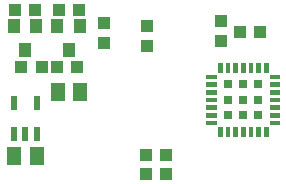
<source format=gbr>
G04 EAGLE Gerber RS-274X export*
G75*
%MOMM*%
%FSLAX34Y34*%
%LPD*%
%INSolderpaste Top*%
%IPPOS*%
%AMOC8*
5,1,8,0,0,1.08239X$1,22.5*%
G01*
%ADD10C,0.080000*%
%ADD11R,0.800000X0.800000*%
%ADD12R,1.000000X1.075000*%
%ADD13R,1.075000X1.000000*%
%ADD14R,1.000000X1.200000*%
%ADD15R,1.240000X1.500000*%
%ADD16R,0.550000X1.200000*%


D10*
X227490Y137100D02*
X227490Y144800D01*
X230690Y144800D01*
X230690Y137100D01*
X227490Y137100D01*
X227490Y137860D02*
X230690Y137860D01*
X230690Y138620D02*
X227490Y138620D01*
X227490Y139380D02*
X230690Y139380D01*
X230690Y140140D02*
X227490Y140140D01*
X227490Y140900D02*
X230690Y140900D01*
X230690Y141660D02*
X227490Y141660D01*
X227490Y142420D02*
X230690Y142420D01*
X230690Y143180D02*
X227490Y143180D01*
X227490Y143940D02*
X230690Y143940D01*
X230690Y144700D02*
X227490Y144700D01*
X220990Y144800D02*
X220990Y137100D01*
X220990Y144800D02*
X224190Y144800D01*
X224190Y137100D01*
X220990Y137100D01*
X220990Y137860D02*
X224190Y137860D01*
X224190Y138620D02*
X220990Y138620D01*
X220990Y139380D02*
X224190Y139380D01*
X224190Y140140D02*
X220990Y140140D01*
X220990Y140900D02*
X224190Y140900D01*
X224190Y141660D02*
X220990Y141660D01*
X220990Y142420D02*
X224190Y142420D01*
X224190Y143180D02*
X220990Y143180D01*
X220990Y143940D02*
X224190Y143940D01*
X224190Y144700D02*
X220990Y144700D01*
X214490Y144800D02*
X214490Y137100D01*
X214490Y144800D02*
X217690Y144800D01*
X217690Y137100D01*
X214490Y137100D01*
X214490Y137860D02*
X217690Y137860D01*
X217690Y138620D02*
X214490Y138620D01*
X214490Y139380D02*
X217690Y139380D01*
X217690Y140140D02*
X214490Y140140D01*
X214490Y140900D02*
X217690Y140900D01*
X217690Y141660D02*
X214490Y141660D01*
X214490Y142420D02*
X217690Y142420D01*
X217690Y143180D02*
X214490Y143180D01*
X214490Y143940D02*
X217690Y143940D01*
X217690Y144700D02*
X214490Y144700D01*
X207990Y144800D02*
X207990Y137100D01*
X207990Y144800D02*
X211190Y144800D01*
X211190Y137100D01*
X207990Y137100D01*
X207990Y137860D02*
X211190Y137860D01*
X211190Y138620D02*
X207990Y138620D01*
X207990Y139380D02*
X211190Y139380D01*
X211190Y140140D02*
X207990Y140140D01*
X207990Y140900D02*
X211190Y140900D01*
X211190Y141660D02*
X207990Y141660D01*
X207990Y142420D02*
X211190Y142420D01*
X211190Y143180D02*
X207990Y143180D01*
X207990Y143940D02*
X211190Y143940D01*
X211190Y144700D02*
X207990Y144700D01*
X201490Y144800D02*
X201490Y137100D01*
X201490Y144800D02*
X204690Y144800D01*
X204690Y137100D01*
X201490Y137100D01*
X201490Y137860D02*
X204690Y137860D01*
X204690Y138620D02*
X201490Y138620D01*
X201490Y139380D02*
X204690Y139380D01*
X204690Y140140D02*
X201490Y140140D01*
X201490Y140900D02*
X204690Y140900D01*
X204690Y141660D02*
X201490Y141660D01*
X201490Y142420D02*
X204690Y142420D01*
X204690Y143180D02*
X201490Y143180D01*
X201490Y143940D02*
X204690Y143940D01*
X204690Y144700D02*
X201490Y144700D01*
X194990Y144800D02*
X194990Y137100D01*
X194990Y144800D02*
X198190Y144800D01*
X198190Y137100D01*
X194990Y137100D01*
X194990Y137860D02*
X198190Y137860D01*
X198190Y138620D02*
X194990Y138620D01*
X194990Y139380D02*
X198190Y139380D01*
X198190Y140140D02*
X194990Y140140D01*
X194990Y140900D02*
X198190Y140900D01*
X198190Y141660D02*
X194990Y141660D01*
X194990Y142420D02*
X198190Y142420D01*
X198190Y143180D02*
X194990Y143180D01*
X194990Y143940D02*
X198190Y143940D01*
X198190Y144700D02*
X194990Y144700D01*
X188490Y144800D02*
X188490Y137100D01*
X188490Y144800D02*
X191690Y144800D01*
X191690Y137100D01*
X188490Y137100D01*
X188490Y137860D02*
X191690Y137860D01*
X191690Y138620D02*
X188490Y138620D01*
X188490Y139380D02*
X191690Y139380D01*
X191690Y140140D02*
X188490Y140140D01*
X188490Y140900D02*
X191690Y140900D01*
X191690Y141660D02*
X188490Y141660D01*
X188490Y142420D02*
X191690Y142420D01*
X191690Y143180D02*
X188490Y143180D01*
X188490Y143940D02*
X191690Y143940D01*
X191690Y144700D02*
X188490Y144700D01*
X178740Y135050D02*
X178740Y131850D01*
X178740Y135050D02*
X186440Y135050D01*
X186440Y131850D01*
X178740Y131850D01*
X178740Y132610D02*
X186440Y132610D01*
X186440Y133370D02*
X178740Y133370D01*
X178740Y134130D02*
X186440Y134130D01*
X186440Y134890D02*
X178740Y134890D01*
X178740Y128550D02*
X178740Y125350D01*
X178740Y128550D02*
X186440Y128550D01*
X186440Y125350D01*
X178740Y125350D01*
X178740Y126110D02*
X186440Y126110D01*
X186440Y126870D02*
X178740Y126870D01*
X178740Y127630D02*
X186440Y127630D01*
X186440Y128390D02*
X178740Y128390D01*
X178740Y122050D02*
X178740Y118850D01*
X178740Y122050D02*
X186440Y122050D01*
X186440Y118850D01*
X178740Y118850D01*
X178740Y119610D02*
X186440Y119610D01*
X186440Y120370D02*
X178740Y120370D01*
X178740Y121130D02*
X186440Y121130D01*
X186440Y121890D02*
X178740Y121890D01*
X178740Y115550D02*
X178740Y112350D01*
X178740Y115550D02*
X186440Y115550D01*
X186440Y112350D01*
X178740Y112350D01*
X178740Y113110D02*
X186440Y113110D01*
X186440Y113870D02*
X178740Y113870D01*
X178740Y114630D02*
X186440Y114630D01*
X186440Y115390D02*
X178740Y115390D01*
X178740Y109050D02*
X178740Y105850D01*
X178740Y109050D02*
X186440Y109050D01*
X186440Y105850D01*
X178740Y105850D01*
X178740Y106610D02*
X186440Y106610D01*
X186440Y107370D02*
X178740Y107370D01*
X178740Y108130D02*
X186440Y108130D01*
X186440Y108890D02*
X178740Y108890D01*
X178740Y102550D02*
X178740Y99350D01*
X178740Y102550D02*
X186440Y102550D01*
X186440Y99350D01*
X178740Y99350D01*
X178740Y100110D02*
X186440Y100110D01*
X186440Y100870D02*
X178740Y100870D01*
X178740Y101630D02*
X186440Y101630D01*
X186440Y102390D02*
X178740Y102390D01*
X178740Y96050D02*
X178740Y92850D01*
X178740Y96050D02*
X186440Y96050D01*
X186440Y92850D01*
X178740Y92850D01*
X178740Y93610D02*
X186440Y93610D01*
X186440Y94370D02*
X178740Y94370D01*
X178740Y95130D02*
X186440Y95130D01*
X186440Y95890D02*
X178740Y95890D01*
X188490Y90800D02*
X188490Y83100D01*
X188490Y90800D02*
X191690Y90800D01*
X191690Y83100D01*
X188490Y83100D01*
X188490Y83860D02*
X191690Y83860D01*
X191690Y84620D02*
X188490Y84620D01*
X188490Y85380D02*
X191690Y85380D01*
X191690Y86140D02*
X188490Y86140D01*
X188490Y86900D02*
X191690Y86900D01*
X191690Y87660D02*
X188490Y87660D01*
X188490Y88420D02*
X191690Y88420D01*
X191690Y89180D02*
X188490Y89180D01*
X188490Y89940D02*
X191690Y89940D01*
X191690Y90700D02*
X188490Y90700D01*
X194990Y90800D02*
X194990Y83100D01*
X194990Y90800D02*
X198190Y90800D01*
X198190Y83100D01*
X194990Y83100D01*
X194990Y83860D02*
X198190Y83860D01*
X198190Y84620D02*
X194990Y84620D01*
X194990Y85380D02*
X198190Y85380D01*
X198190Y86140D02*
X194990Y86140D01*
X194990Y86900D02*
X198190Y86900D01*
X198190Y87660D02*
X194990Y87660D01*
X194990Y88420D02*
X198190Y88420D01*
X198190Y89180D02*
X194990Y89180D01*
X194990Y89940D02*
X198190Y89940D01*
X198190Y90700D02*
X194990Y90700D01*
X201490Y90800D02*
X201490Y83100D01*
X201490Y90800D02*
X204690Y90800D01*
X204690Y83100D01*
X201490Y83100D01*
X201490Y83860D02*
X204690Y83860D01*
X204690Y84620D02*
X201490Y84620D01*
X201490Y85380D02*
X204690Y85380D01*
X204690Y86140D02*
X201490Y86140D01*
X201490Y86900D02*
X204690Y86900D01*
X204690Y87660D02*
X201490Y87660D01*
X201490Y88420D02*
X204690Y88420D01*
X204690Y89180D02*
X201490Y89180D01*
X201490Y89940D02*
X204690Y89940D01*
X204690Y90700D02*
X201490Y90700D01*
X207990Y90800D02*
X207990Y83100D01*
X207990Y90800D02*
X211190Y90800D01*
X211190Y83100D01*
X207990Y83100D01*
X207990Y83860D02*
X211190Y83860D01*
X211190Y84620D02*
X207990Y84620D01*
X207990Y85380D02*
X211190Y85380D01*
X211190Y86140D02*
X207990Y86140D01*
X207990Y86900D02*
X211190Y86900D01*
X211190Y87660D02*
X207990Y87660D01*
X207990Y88420D02*
X211190Y88420D01*
X211190Y89180D02*
X207990Y89180D01*
X207990Y89940D02*
X211190Y89940D01*
X211190Y90700D02*
X207990Y90700D01*
X214490Y90800D02*
X214490Y83100D01*
X214490Y90800D02*
X217690Y90800D01*
X217690Y83100D01*
X214490Y83100D01*
X214490Y83860D02*
X217690Y83860D01*
X217690Y84620D02*
X214490Y84620D01*
X214490Y85380D02*
X217690Y85380D01*
X217690Y86140D02*
X214490Y86140D01*
X214490Y86900D02*
X217690Y86900D01*
X217690Y87660D02*
X214490Y87660D01*
X214490Y88420D02*
X217690Y88420D01*
X217690Y89180D02*
X214490Y89180D01*
X214490Y89940D02*
X217690Y89940D01*
X217690Y90700D02*
X214490Y90700D01*
X220990Y90800D02*
X220990Y83100D01*
X220990Y90800D02*
X224190Y90800D01*
X224190Y83100D01*
X220990Y83100D01*
X220990Y83860D02*
X224190Y83860D01*
X224190Y84620D02*
X220990Y84620D01*
X220990Y85380D02*
X224190Y85380D01*
X224190Y86140D02*
X220990Y86140D01*
X220990Y86900D02*
X224190Y86900D01*
X224190Y87660D02*
X220990Y87660D01*
X220990Y88420D02*
X224190Y88420D01*
X224190Y89180D02*
X220990Y89180D01*
X220990Y89940D02*
X224190Y89940D01*
X224190Y90700D02*
X220990Y90700D01*
X227490Y90800D02*
X227490Y83100D01*
X227490Y90800D02*
X230690Y90800D01*
X230690Y83100D01*
X227490Y83100D01*
X227490Y83860D02*
X230690Y83860D01*
X230690Y84620D02*
X227490Y84620D01*
X227490Y85380D02*
X230690Y85380D01*
X230690Y86140D02*
X227490Y86140D01*
X227490Y86900D02*
X230690Y86900D01*
X230690Y87660D02*
X227490Y87660D01*
X227490Y88420D02*
X230690Y88420D01*
X230690Y89180D02*
X227490Y89180D01*
X227490Y89940D02*
X230690Y89940D01*
X230690Y90700D02*
X227490Y90700D01*
X232740Y92850D02*
X232740Y96050D01*
X240440Y96050D01*
X240440Y92850D01*
X232740Y92850D01*
X232740Y93610D02*
X240440Y93610D01*
X240440Y94370D02*
X232740Y94370D01*
X232740Y95130D02*
X240440Y95130D01*
X240440Y95890D02*
X232740Y95890D01*
X232740Y99350D02*
X232740Y102550D01*
X240440Y102550D01*
X240440Y99350D01*
X232740Y99350D01*
X232740Y100110D02*
X240440Y100110D01*
X240440Y100870D02*
X232740Y100870D01*
X232740Y101630D02*
X240440Y101630D01*
X240440Y102390D02*
X232740Y102390D01*
X232740Y105850D02*
X232740Y109050D01*
X240440Y109050D01*
X240440Y105850D01*
X232740Y105850D01*
X232740Y106610D02*
X240440Y106610D01*
X240440Y107370D02*
X232740Y107370D01*
X232740Y108130D02*
X240440Y108130D01*
X240440Y108890D02*
X232740Y108890D01*
X232740Y112350D02*
X232740Y115550D01*
X240440Y115550D01*
X240440Y112350D01*
X232740Y112350D01*
X232740Y113110D02*
X240440Y113110D01*
X240440Y113870D02*
X232740Y113870D01*
X232740Y114630D02*
X240440Y114630D01*
X240440Y115390D02*
X232740Y115390D01*
X232740Y118850D02*
X232740Y122050D01*
X240440Y122050D01*
X240440Y118850D01*
X232740Y118850D01*
X232740Y119610D02*
X240440Y119610D01*
X240440Y120370D02*
X232740Y120370D01*
X232740Y121130D02*
X240440Y121130D01*
X240440Y121890D02*
X232740Y121890D01*
X232740Y125350D02*
X232740Y128550D01*
X240440Y128550D01*
X240440Y125350D01*
X232740Y125350D01*
X232740Y126110D02*
X240440Y126110D01*
X240440Y126870D02*
X232740Y126870D01*
X232740Y127630D02*
X240440Y127630D01*
X240440Y128390D02*
X232740Y128390D01*
X232740Y131850D02*
X232740Y135050D01*
X240440Y135050D01*
X240440Y131850D01*
X232740Y131850D01*
X232740Y132610D02*
X240440Y132610D01*
X240440Y133370D02*
X232740Y133370D01*
X232740Y134130D02*
X240440Y134130D01*
X240440Y134890D02*
X232740Y134890D01*
D11*
X222590Y126950D03*
X222590Y100950D03*
X196590Y100950D03*
X196590Y126950D03*
X209590Y126950D03*
X209590Y113950D03*
X222590Y113950D03*
X196590Y113950D03*
X209590Y100950D03*
D12*
X91910Y161490D03*
X91910Y178490D03*
X128510Y176600D03*
X128510Y159600D03*
X190820Y163760D03*
X190820Y180760D03*
D13*
X69380Y141470D03*
X52380Y141470D03*
X39060Y141840D03*
X22060Y141840D03*
X33500Y190000D03*
X16500Y190000D03*
X53500Y190000D03*
X70500Y190000D03*
D14*
X62000Y156000D03*
X52500Y176000D03*
X71500Y176000D03*
X25000Y156000D03*
X15500Y176000D03*
X34500Y176000D03*
D13*
X144810Y51140D03*
X127810Y51140D03*
X144810Y66680D03*
X127810Y66680D03*
D15*
X52730Y120650D03*
X71730Y120650D03*
D13*
X207400Y171450D03*
X224400Y171450D03*
D16*
X15900Y84789D03*
X25400Y84789D03*
X34900Y84789D03*
X34900Y110791D03*
X15900Y110791D03*
D15*
X15900Y66040D03*
X34900Y66040D03*
M02*

</source>
